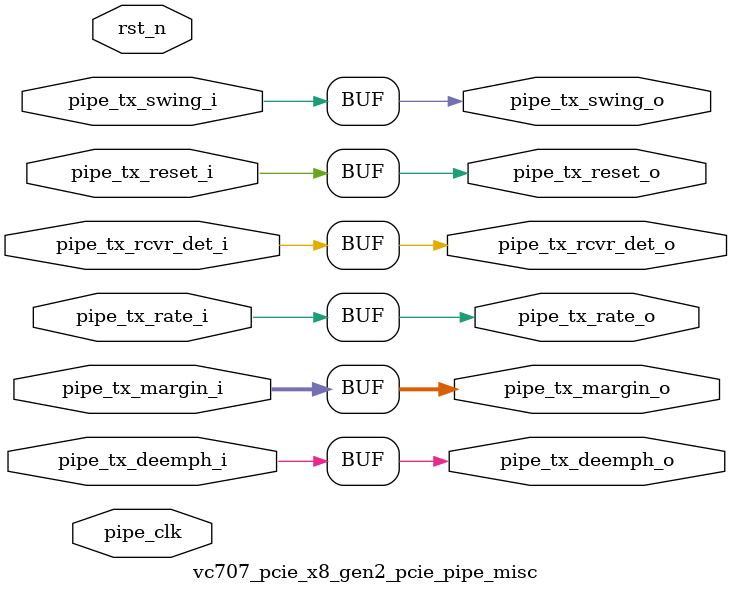
<source format=v>

`timescale 1ps/1ps

(* DowngradeIPIdentifiedWarnings = "yes" *)
module vc707_pcie_x8_gen2_pcie_pipe_misc #
(
    parameter        PIPE_PIPELINE_STAGES = 0,    // 0 - 0 stages, 1 - 1 stage, 2 - 2 stages
    parameter TCQ  = 1 // synthesis warning solved: parameter declaration becomes local
)
(

    input   wire        pipe_tx_rcvr_det_i       ,     // PIPE Tx Receiver Detect
    input   wire        pipe_tx_reset_i          ,     // PIPE Tx Reset
    input   wire        pipe_tx_rate_i           ,     // PIPE Tx Rate
    input   wire        pipe_tx_deemph_i         ,     // PIPE Tx Deemphasis
    input   wire [2:0]  pipe_tx_margin_i         ,     // PIPE Tx Margin
    input   wire        pipe_tx_swing_i          ,     // PIPE Tx Swing

    output  wire        pipe_tx_rcvr_det_o       ,     // Pipelined PIPE Tx Receiver Detect
    output  wire        pipe_tx_reset_o          ,     // Pipelined PIPE Tx Reset
    output  wire        pipe_tx_rate_o           ,     // Pipelined PIPE Tx Rate
    output  wire        pipe_tx_deemph_o         ,     // Pipelined PIPE Tx Deemphasis
    output  wire [2:0]  pipe_tx_margin_o         ,     // Pipelined PIPE Tx Margin
    output  wire        pipe_tx_swing_o          ,     // Pipelined PIPE Tx Swing

    input   wire        pipe_clk                ,      // PIPE Clock
    input   wire        rst_n                          // Reset
);

//******************************************************************//
// Reality check.                                                   //
//******************************************************************//

//    parameter TCQ  = 1;      // clock to out delay model

    generate

    if (PIPE_PIPELINE_STAGES == 0) begin : pipe_stages_0

        assign pipe_tx_rcvr_det_o = pipe_tx_rcvr_det_i;
        assign pipe_tx_reset_o  = pipe_tx_reset_i;
        assign pipe_tx_rate_o = pipe_tx_rate_i;
        assign pipe_tx_deemph_o = pipe_tx_deemph_i;
        assign pipe_tx_margin_o = pipe_tx_margin_i;
        assign pipe_tx_swing_o = pipe_tx_swing_i;

    end // if (PIPE_PIPELINE_STAGES == 0)
    else if (PIPE_PIPELINE_STAGES == 1) begin : pipe_stages_1

    reg                pipe_tx_rcvr_det_q       ;
    reg                pipe_tx_reset_q          ;
    reg                pipe_tx_rate_q           ;
    reg                pipe_tx_deemph_q         ;
    reg [2:0]          pipe_tx_margin_q         ;
    reg                pipe_tx_swing_q          ;

        always @(posedge pipe_clk) begin

        if (rst_n)
        begin

            pipe_tx_rcvr_det_q <= #TCQ 0;
            pipe_tx_reset_q  <= #TCQ 1'b1;
            pipe_tx_rate_q <= #TCQ 0;
            pipe_tx_deemph_q <= #TCQ 1'b1;
            pipe_tx_margin_q <= #TCQ 0;
            pipe_tx_swing_q <= #TCQ 0;

        end
        else
        begin

            pipe_tx_rcvr_det_q <= #TCQ pipe_tx_rcvr_det_i;
            pipe_tx_reset_q  <= #TCQ pipe_tx_reset_i;
            pipe_tx_rate_q <= #TCQ pipe_tx_rate_i;
            pipe_tx_deemph_q <= #TCQ pipe_tx_deemph_i;
            pipe_tx_margin_q <= #TCQ pipe_tx_margin_i;
            pipe_tx_swing_q <= #TCQ pipe_tx_swing_i;

          end

        end

        assign pipe_tx_rcvr_det_o = pipe_tx_rcvr_det_q;
        assign pipe_tx_reset_o  = pipe_tx_reset_q;
        assign pipe_tx_rate_o = pipe_tx_rate_q;
        assign pipe_tx_deemph_o = pipe_tx_deemph_q;
        assign pipe_tx_margin_o = pipe_tx_margin_q;
        assign pipe_tx_swing_o = pipe_tx_swing_q;

    end // if (PIPE_PIPELINE_STAGES == 1)
    else if (PIPE_PIPELINE_STAGES == 2) begin : pipe_stages_2

    reg                pipe_tx_rcvr_det_q       ;
    reg                pipe_tx_reset_q          ;
    reg                pipe_tx_rate_q           ;
    reg                pipe_tx_deemph_q         ;
    reg [2:0]          pipe_tx_margin_q         ;
    reg                pipe_tx_swing_q          ;

    reg                pipe_tx_rcvr_det_qq      ;
    reg                pipe_tx_reset_qq         ;
    reg                pipe_tx_rate_qq          ;
    reg                pipe_tx_deemph_qq        ;
    reg [2:0]          pipe_tx_margin_qq        ;
    reg                pipe_tx_swing_qq         ;

        always @(posedge pipe_clk) begin

        if (rst_n)
        begin

            pipe_tx_rcvr_det_q <= #TCQ 0;
            pipe_tx_reset_q  <= #TCQ 1'b1;
            pipe_tx_rate_q <= #TCQ 0;
            pipe_tx_deemph_q <= #TCQ 1'b1;
            pipe_tx_margin_q <= #TCQ 0;
            pipe_tx_swing_q <= #TCQ 0;

            pipe_tx_rcvr_det_qq <= #TCQ 0;
            pipe_tx_reset_qq  <= #TCQ 1'b1;
            pipe_tx_rate_qq <= #TCQ 0;
            pipe_tx_deemph_qq <= #TCQ 1'b1;
            pipe_tx_margin_qq <= #TCQ 0;
            pipe_tx_swing_qq <= #TCQ 0;

        end
        else
        begin

            pipe_tx_rcvr_det_q <= #TCQ pipe_tx_rcvr_det_i;
            pipe_tx_reset_q  <= #TCQ pipe_tx_reset_i;
            pipe_tx_rate_q <= #TCQ pipe_tx_rate_i;
            pipe_tx_deemph_q <= #TCQ pipe_tx_deemph_i;
            pipe_tx_margin_q <= #TCQ pipe_tx_margin_i;
            pipe_tx_swing_q <= #TCQ pipe_tx_swing_i;

            pipe_tx_rcvr_det_qq <= #TCQ pipe_tx_rcvr_det_q;
            pipe_tx_reset_qq  <= #TCQ pipe_tx_reset_q;
            pipe_tx_rate_qq <= #TCQ pipe_tx_rate_q;
            pipe_tx_deemph_qq <= #TCQ pipe_tx_deemph_q;
            pipe_tx_margin_qq <= #TCQ pipe_tx_margin_q;
            pipe_tx_swing_qq <= #TCQ pipe_tx_swing_q;

          end

        end

        assign pipe_tx_rcvr_det_o = pipe_tx_rcvr_det_qq;
        assign pipe_tx_reset_o  = pipe_tx_reset_qq;
        assign pipe_tx_rate_o = pipe_tx_rate_qq;
        assign pipe_tx_deemph_o = pipe_tx_deemph_qq;
        assign pipe_tx_margin_o = pipe_tx_margin_qq;
        assign pipe_tx_swing_o = pipe_tx_swing_qq;

    end // if (PIPE_PIPELINE_STAGES == 2)

    endgenerate

endmodule


</source>
